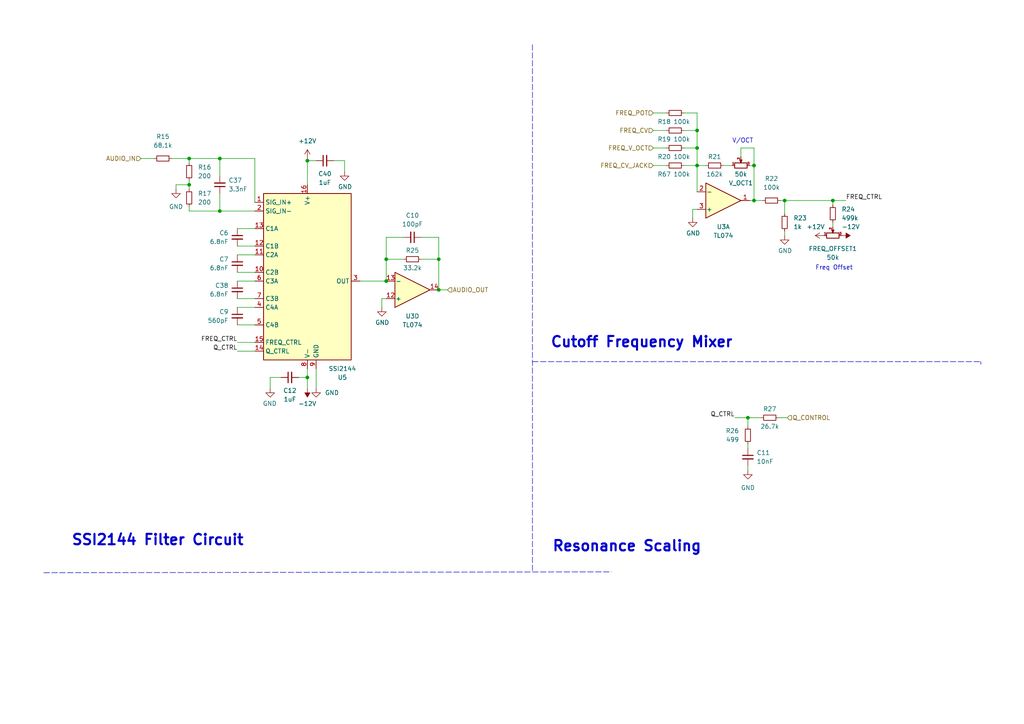
<source format=kicad_sch>
(kicad_sch (version 20211123) (generator eeschema)
  (paper "A4")
  (lib_symbols
    (symbol "Amplifier_Operational:TL074" (pin_names (offset 0.127))
      (property "Reference" "U" (at 0 5.08 0))
      (property "Value" "TL074" (at 0 -5.08 0))
      (symbol "TL074_1_1"
        (polyline (pts (xy -5.08 5.08) (xy 5.08 0) (xy -5.08 -5.08) (xy -5.08 5.08)) (stroke (width 0.254)) (fill (type background)))
        (pin output line (at 7.62 0 180) (length 2.54) (name "~") (number "1"))
        (pin input line (at -7.62 -2.54 0) (length 2.54) (name "-") (number "2"))
        (pin input line (at -7.62 2.54 0) (length 2.54) (name "+") (number "3"))
      )
      (symbol "TL074_2_1"
        (polyline (pts (xy -5.08 5.08) (xy 5.08 0) (xy -5.08 -5.08) (xy -5.08 5.08)) (stroke (width 0.254)) (fill (type background)))
        (pin input line (at -7.62 2.54 0) (length 2.54) (name "+") (number "5"))
        (pin input line (at -7.62 -2.54 0) (length 2.54) (name "-") (number "6"))
        (pin output line (at 7.62 0 180) (length 2.54) (name "~") (number "7"))
      )
      (symbol "TL074_3_1"
        (polyline (pts (xy -5.08 5.08) (xy 5.08 0) (xy -5.08 -5.08) (xy -5.08 5.08)) (stroke (width 0.254)) (fill (type background)))
        (pin input line (at -7.62 2.54 0) (length 2.54) (name "+") (number "10"))
        (pin output line (at 7.62 0 180) (length 2.54) (name "~") (number "8"))
        (pin input line (at -7.62 -2.54 0) (length 2.54) (name "-") (number "9"))
      )
      (symbol "TL074_4_1"
        (polyline (pts (xy -5.08 5.08) (xy 5.08 0) (xy -5.08 -5.08) (xy -5.08 5.08)) (stroke (width 0.254)) (fill (type background)))
        (pin input line (at -7.62 2.54 0) (length 2.54) (name "+") (number "12"))
        (pin input line (at -7.62 -2.54 0) (length 2.54) (name "-") (number "13"))
        (pin output line (at 7.62 0 180) (length 2.54) (name "~") (number "14"))
      )
      (symbol "TL074_5_1"
        (pin power_in line (at -2.54 -7.62 90) (length 3.81) (name "V-") (number "11"))
        (pin power_in line (at -2.54 7.62 270) (length 3.81) (name "V+") (number "4"))
      )
    )
    (symbol "Audio:SSI2144"
      (property "Reference" "U" (at -10.16 26.67 0))
      (property "Value" "SSI2144" (at 6.35 26.67 0))
      (symbol "SSI2144_0_1"
        (rectangle (start -12.7 25.4) (end 12.7 -22.86) (stroke (width 0.254)) (fill (type background)))
      )
      (symbol "SSI2144_1_1"
        (pin input line (at -15.24 22.86 0) (length 2.54) (name "SIG_IN+") (number "1"))
        (pin passive line (at -15.24 2.54 0) (length 2.54) (name "C2B") (number "10"))
        (pin passive line (at -15.24 7.62 0) (length 2.54) (name "C2A") (number "11"))
        (pin passive line (at -15.24 10.16 0) (length 2.54) (name "C1B") (number "12"))
        (pin passive line (at -15.24 15.24 0) (length 2.54) (name "C1A") (number "13"))
        (pin passive line (at -15.24 -20.32 0) (length 2.54) (name "Q_CTRL") (number "14"))
        (pin passive line (at -15.24 -17.78 0) (length 2.54) (name "FREQ_CTRL") (number "15"))
        (pin power_in line (at 0 27.94 270) (length 2.54) (name "V+") (number "16"))
        (pin input line (at -15.24 20.32 0) (length 2.54) (name "SIG_IN-") (number "2"))
        (pin output line (at 15.24 0 180) (length 2.54) (name "OUT") (number "3"))
        (pin passive line (at -15.24 -7.62 0) (length 2.54) (name "C4A") (number "4"))
        (pin passive line (at -15.24 -12.7 0) (length 2.54) (name "C4B") (number "5"))
        (pin passive line (at -15.24 0 0) (length 2.54) (name "C3A") (number "6"))
        (pin passive line (at -15.24 -5.08 0) (length 2.54) (name "C3B") (number "7"))
        (pin power_in line (at 0 -25.4 90) (length 2.54) (name "V-") (number "8"))
        (pin power_in line (at 2.54 -25.4 90) (length 2.54) (name "GND") (number "9"))
      )
    )
    (symbol "Device:C_Small" (pin_numbers hide) (pin_names (offset 0.254) hide)
      (property "Reference" "C" (at 0.254 1.778 0))
      (property "Value" "C_Small" (at 0.254 -2.032 0))
      (symbol "C_Small_0_1"
        (polyline (pts (xy -1.524 -0.508) (xy 1.524 -0.508)) (stroke (width 0.3302)))
        (polyline (pts (xy -1.524 0.508) (xy 1.524 0.508)) (stroke (width 0.3048)))
      )
      (symbol "C_Small_1_1"
        (pin passive line (at 0 2.54 270) (length 2.032) (name "~") (number "1"))
        (pin passive line (at 0 -2.54 90) (length 2.032) (name "~") (number "2"))
      )
    )
    (symbol "Device:R_Potentiometer_Small" (pin_names (offset 1.016) hide)
      (property "Reference" "RV" (at -4.445 0 90))
      (property "Value" "R_Potentiometer_Small" (at -2.54 0 90))
      (symbol "R_Potentiometer_Small_0_1"
        (polyline (pts (xy 0.889 0) (xy 0.635 0) (xy 1.651 0.381) (xy 1.651 -0.381) (xy 0.635 0) (xy 0.889 0)) (fill (type outline)))
        (rectangle (start 0.762 1.8034) (end -0.762 -1.8034) (stroke (width 0.254)))
      )
      (symbol "R_Potentiometer_Small_1_1"
        (pin passive line (at 0 2.54 270) (length 0.635) (name "1") (number "1"))
        (pin passive line (at 2.54 0 180) (length 0.9906) (name "2") (number "2"))
        (pin passive line (at 0 -2.54 90) (length 0.635) (name "3") (number "3"))
      )
    )
    (symbol "Device:R_Small" (pin_numbers hide) (pin_names (offset 0.254) hide)
      (property "Reference" "R" (at 0.762 0.508 0))
      (property "Value" "R_Small" (at 0.762 -1.016 0))
      (symbol "R_Small_0_1"
        (rectangle (start -0.762 1.778) (end 0.762 -1.778) (stroke (width 0.2032)))
      )
      (symbol "R_Small_1_1"
        (pin passive line (at 0 2.54 270) (length 0.762) (name "~") (number "1"))
        (pin passive line (at 0 -2.54 90) (length 0.762) (name "~") (number "2"))
      )
    )
    (symbol "power:+12V" (power) (pin_names (offset 0))
      (property "Value" "+12V" (at 0 3.556 0))
      (symbol "+12V_0_1"
        (polyline (pts (xy -0.762 1.27) (xy 0 2.54)))
        (polyline (pts (xy 0 0) (xy 0 2.54)))
        (polyline (pts (xy 0 2.54) (xy 0.762 1.27)))
      )
      (symbol "+12V_1_1"
        (pin power_in line (at 0 0 90) (length 0) hide (name "+12V") (number "1"))
      )
    )
    (symbol "power:-12V" (power) (pin_names (offset 0))
      (property "Value" "-12V" (at 0 3.81 0))
      (symbol "-12V_0_0"
        (pin power_in line (at 0 0 90) (length 0) hide (name "-12V") (number "1"))
      )
      (symbol "-12V_0_1"
        (polyline (pts (xy 0 0) (xy 0 1.27) (xy 0.762 1.27) (xy 0 2.54) (xy -0.762 1.27) (xy 0 1.27)) (fill (type outline)))
      )
    )
    (symbol "power:GND" (power) (pin_names (offset 0))
      (property "Value" "GND" (at 0 -3.81 0))
      (symbol "GND_0_1"
        (polyline (pts (xy 0 0) (xy 0 -1.27) (xy 1.27 -1.27) (xy 0 -2.54) (xy -1.27 -1.27) (xy 0 -1.27)))
      )
      (symbol "GND_1_1"
        (pin power_in line (at 0 0 270) (length 0) hide (name "GND") (number "1"))
      )
    )
  )
  (junction (at 202.184 42.926))
  (junction (at 63.754 61.214))
  (junction (at 227.584 58.166))
  (junction (at 54.864 53.594))
  (junction (at 241.554 58.166))
  (junction (at 89.154 46.609))
  (junction (at 218.694 48.006))
  (junction (at 63.754 45.974))
  (junction (at 112.014 81.534))
  (junction (at 202.184 37.846))
  (junction (at 54.864 45.974))
  (junction (at 127.254 84.074))
  (junction (at 218.694 58.166))
  (junction (at 216.916 121.158))
  (junction (at 89.154 109.474))
  (junction (at 202.184 48.006))
  (junction (at 127.254 75.184))
  (junction (at 112.014 75.184))
  (wire (pts (xy 227.584 68.326) (xy 227.584 67.056)))
  (wire (pts (xy 202.184 32.766) (xy 202.184 37.846)))
  (wire (pts (xy 218.694 42.926) (xy 218.694 48.006)))
  (wire (pts (xy 68.834 89.154) (xy 73.914 89.154)))
  (wire (pts (xy 117.094 68.834) (xy 112.014 68.834)))
  (wire (pts (xy 63.754 56.134) (xy 63.754 61.214)))
  (wire (pts (xy 214.884 42.926) (xy 218.694 42.926)))
  (wire (pts (xy 241.554 58.166) (xy 241.554 59.436)))
  (wire (pts (xy 68.834 71.374) (xy 73.914 71.374)))
  (polyline (pts (xy 12.7 166.116) (xy 177.292 165.862)))
  (wire (pts (xy 68.834 66.294) (xy 73.914 66.294)))
  (wire (pts (xy 241.554 64.516) (xy 241.554 65.786)))
  (wire (pts (xy 198.374 32.766) (xy 202.184 32.766)))
  (wire (pts (xy 209.804 48.006) (xy 212.344 48.006)))
  (wire (pts (xy 68.834 78.994) (xy 73.914 78.994)))
  (wire (pts (xy 104.394 81.534) (xy 112.014 81.534)))
  (wire (pts (xy 54.864 61.214) (xy 63.754 61.214)))
  (wire (pts (xy 213.106 121.158) (xy 216.916 121.158)))
  (wire (pts (xy 68.834 99.314) (xy 73.914 99.314)))
  (wire (pts (xy 51.054 53.594) (xy 51.054 54.864)))
  (wire (pts (xy 218.694 58.166) (xy 221.234 58.166)))
  (wire (pts (xy 54.864 45.974) (xy 63.754 45.974)))
  (wire (pts (xy 54.864 45.974) (xy 54.864 47.244)))
  (wire (pts (xy 91.694 46.609) (xy 89.154 46.609)))
  (wire (pts (xy 189.484 48.006) (xy 193.294 48.006)))
  (wire (pts (xy 54.864 53.594) (xy 54.864 54.864)))
  (wire (pts (xy 40.894 45.974) (xy 44.704 45.974)))
  (wire (pts (xy 81.534 109.474) (xy 78.359 109.474)))
  (wire (pts (xy 189.484 42.926) (xy 193.294 42.926)))
  (wire (pts (xy 189.484 32.766) (xy 193.294 32.766)))
  (wire (pts (xy 91.694 112.649) (xy 91.694 106.934)))
  (wire (pts (xy 89.154 112.649) (xy 89.154 109.474)))
  (wire (pts (xy 86.614 109.474) (xy 89.154 109.474)))
  (wire (pts (xy 112.014 68.834) (xy 112.014 75.184)))
  (wire (pts (xy 227.584 58.166) (xy 227.584 61.976)))
  (wire (pts (xy 198.374 42.926) (xy 202.184 42.926)))
  (wire (pts (xy 198.374 37.846) (xy 202.184 37.846)))
  (wire (pts (xy 202.184 48.006) (xy 204.724 48.006)))
  (wire (pts (xy 99.949 46.609) (xy 99.949 49.784)))
  (wire (pts (xy 214.884 45.466) (xy 214.884 42.926)))
  (wire (pts (xy 202.184 42.926) (xy 202.184 48.006)))
  (wire (pts (xy 68.834 94.234) (xy 73.914 94.234)))
  (wire (pts (xy 226.314 58.166) (xy 227.584 58.166)))
  (wire (pts (xy 110.744 86.614) (xy 110.744 89.154)))
  (wire (pts (xy 63.754 45.974) (xy 63.754 51.054)))
  (wire (pts (xy 200.914 60.706) (xy 202.184 60.706)))
  (wire (pts (xy 216.916 121.158) (xy 216.916 123.698)))
  (wire (pts (xy 63.754 45.974) (xy 73.914 45.974)))
  (wire (pts (xy 78.359 109.474) (xy 78.359 112.649)))
  (wire (pts (xy 122.174 68.834) (xy 127.254 68.834)))
  (wire (pts (xy 202.184 37.846) (xy 202.184 42.926)))
  (wire (pts (xy 227.584 58.166) (xy 241.554 58.166)))
  (wire (pts (xy 96.774 46.609) (xy 99.949 46.609)))
  (wire (pts (xy 122.174 75.184) (xy 127.254 75.184)))
  (wire (pts (xy 63.754 61.214) (xy 73.914 61.214)))
  (wire (pts (xy 202.184 48.006) (xy 202.184 55.626)))
  (wire (pts (xy 110.744 86.614) (xy 112.014 86.614)))
  (wire (pts (xy 49.784 45.974) (xy 54.864 45.974)))
  (wire (pts (xy 68.834 101.854) (xy 73.914 101.854)))
  (wire (pts (xy 241.554 58.166) (xy 245.364 58.166)))
  (wire (pts (xy 127.254 68.834) (xy 127.254 75.184)))
  (wire (pts (xy 200.914 60.706) (xy 200.914 63.246)))
  (wire (pts (xy 189.484 37.846) (xy 193.294 37.846)))
  (wire (pts (xy 216.916 135.128) (xy 216.916 136.398)))
  (wire (pts (xy 54.864 52.324) (xy 54.864 53.594)))
  (wire (pts (xy 89.154 109.474) (xy 89.154 106.934)))
  (polyline (pts (xy 154.432 12.954) (xy 154.432 165.608)))
  (wire (pts (xy 73.914 58.674) (xy 73.914 45.974)))
  (wire (pts (xy 216.916 128.778) (xy 216.916 130.048)))
  (wire (pts (xy 89.154 53.594) (xy 89.154 46.609)))
  (wire (pts (xy 68.834 81.534) (xy 73.914 81.534)))
  (wire (pts (xy 198.374 48.006) (xy 202.184 48.006)))
  (wire (pts (xy 127.254 75.184) (xy 127.254 84.074)))
  (wire (pts (xy 51.054 53.594) (xy 54.864 53.594)))
  (wire (pts (xy 112.014 75.184) (xy 112.014 81.534)))
  (wire (pts (xy 127.254 84.074) (xy 129.794 84.074)))
  (wire (pts (xy 217.424 58.166) (xy 218.694 58.166)))
  (wire (pts (xy 112.014 75.184) (xy 117.094 75.184)))
  (wire (pts (xy 220.726 121.158) (xy 216.916 121.158)))
  (polyline (pts (xy 284.48 104.902) (xy 284.48 105.664)))
  (wire (pts (xy 68.834 73.914) (xy 73.914 73.914)))
  (wire (pts (xy 218.694 48.006) (xy 218.694 58.166)))
  (wire (pts (xy 89.154 46.609) (xy 89.154 45.974)))
  (wire (pts (xy 54.864 59.944) (xy 54.864 61.214)))
  (wire (pts (xy 228.346 121.158) (xy 225.806 121.158)))
  (wire (pts (xy 68.834 86.614) (xy 73.914 86.614)))
  (polyline (pts (xy 154.432 104.902) (xy 284.48 104.902)))
  (wire (pts (xy 217.424 48.006) (xy 218.694 48.006)))
  (text "Cutoff Frequency Mixer" (at 159.512 101.092 0) (effects (font (size 3 3) (thickness 0.6) bold) (justify left bottom)))
  (text "V/OCT" (at 212.344 41.656 0) (effects (font (size 1.27 1.27)) (justify left bottom)))
  (text "SSI2144 Filter Circuit" (at 20.574 158.496 0) (effects (font (size 3 3) (thickness 0.6) bold) (justify left bottom)))
  (text "Freq Offset" (at 236.474 78.486 0) (effects (font (size 1.27 1.27)) (justify left bottom)))
  (text "Resonance Scaling" (at 160.02 160.274 0) (effects (font (size 3 3) (thickness 0.6) bold) (justify left bottom)))
  (label "Q_CTRL" (at 213.106 121.158 180))
  (label "Q_CTRL" (at 68.834 101.854 180))
  (label "FREQ_CTRL" (at 245.364 58.166 0))
  (label "FREQ_CTRL" (at 68.834 99.314 180))
  (hierarchical_label "FREQ_CV" (shape input) (at 189.484 37.846 180))
  (hierarchical_label "Q_CONTROL" (shape input) (at 228.346 121.158 0))
  (hierarchical_label "AUDIO_IN" (shape input) (at 40.894 45.974 180))
  (hierarchical_label "AUDIO_OUT" (shape input) (at 129.794 84.074 0))
  (hierarchical_label "FREQ_CV_JACK" (shape input) (at 189.484 48.006 180))
  (hierarchical_label "FREQ_V_OCT" (shape input) (at 189.484 42.926 180))
  (hierarchical_label "FREQ_POT" (shape input) (at 189.484 32.766 180))
  (symbol (lib_id "Device:R_Potentiometer_Small") (at 241.554 68.326 90) (unit 1)
    (property "Reference" "FREQ_OFFSET1" (at 241.554 72.136 90))
    (property "Value" "50k" (at 241.554 74.676 90))
    (property "Footprint" "Potentiometer_SMD:Potentiometer_Bourns_TC33X_Vertical" (effects hide))
  )
  (symbol (lib_id "power:GND") (at 78.359 112.649 0) (mirror y) (unit 1)
    (property "Reference" "#PWR080" (effects hide))
    (property "Value" "GND" (at 78.232 117.0432 0))
  )
  (symbol (lib_id "Device:R_Small") (at 47.244 45.974 270) (unit 1)
    (property "Reference" "R15" (at 47.244 39.624 90))
    (property "Value" "68.1k" (at 47.244 42.164 90))
    (property "Footprint" "Resistor_SMD:R_0603_1608Metric_Pad0.98x0.95mm_HandSolder" (effects hide))
  )
  (symbol (lib_id "Device:C_Small") (at 84.074 109.474 90) (unit 1)
    (property "Reference" "C12" (at 84.0804 113.284 90))
    (property "Value" "1uF" (at 84.0804 115.824 90))
    (property "Footprint" "Capacitor_SMD:C_0603_1608Metric_Pad1.08x0.95mm_HandSolder" (effects hide))
  )
  (symbol (lib_id "Device:C_Small") (at 68.834 84.074 0) (unit 1)
    (property "Reference" "C38" (at 66.294 82.8102 0) (effects (justify right)))
    (property "Value" "6.8nF" (at 66.294 85.3502 0) (effects (justify right)))
    (property "Footprint" "Capacitor_SMD:C_0603_1608Metric_Pad1.08x0.95mm_HandSolder" (effects hide))
  )
  (symbol (lib_id "power:GND") (at 110.744 89.154 0) (unit 1)
    (property "Reference" "#PWR034" (effects hide))
    (property "Value" "GND" (at 110.871 93.5482 0))
  )
  (symbol (lib_id "power:-12V") (at 244.094 68.326 270) (unit 1)
    (property "Reference" "#PWR033" (effects hide))
    (property "Value" "-12V" (at 244.094 65.786 90) (effects (justify left)))
  )
  (symbol (lib_id "Device:R_Small") (at 216.916 126.238 180) (unit 1)
    (property "Reference" "R26" (at 214.376 124.9679 0) (effects (justify left)))
    (property "Value" "499" (at 214.376 127.5079 0) (effects (justify left)))
    (property "Footprint" "Resistor_SMD:R_0603_1608Metric_Pad0.98x0.95mm_HandSolder" (effects hide))
  )
  (symbol (lib_id "Device:R_Small") (at 195.834 48.006 270) (unit 1)
    (property "Reference" "R67" (at 192.659 50.546 90))
    (property "Value" "100k" (at 197.739 50.546 90))
    (property "Footprint" "Resistor_SMD:R_0603_1608Metric_Pad0.98x0.95mm_HandSolder" (effects hide))
  )
  (symbol (lib_id "Device:C_Small") (at 94.234 46.609 90) (unit 1)
    (property "Reference" "C40" (at 94.2404 50.419 90))
    (property "Value" "1uF" (at 94.2404 52.959 90))
    (property "Footprint" "Capacitor_SMD:C_0603_1608Metric_Pad1.08x0.95mm_HandSolder" (effects hide))
  )
  (symbol (lib_id "power:GND") (at 227.584 68.326 0) (unit 1)
    (property "Reference" "#PWR028" (effects hide))
    (property "Value" "GND" (at 227.711 72.7202 0))
  )
  (symbol (lib_id "power:GND") (at 216.916 136.398 0) (unit 1)
    (property "Reference" "#PWR035" (effects hide))
    (property "Value" "GND" (at 216.916 141.478 0))
  )
  (symbol (lib_id "power:-12V") (at 89.154 112.649 180) (unit 1)
    (property "Reference" "#PWR030" (effects hide))
    (property "Value" "-12V" (at 89.154 117.094 0))
  )
  (symbol (lib_id "Device:R_Small") (at 54.864 49.784 180) (unit 1)
    (property "Reference" "R16" (at 57.404 48.5139 0) (effects (justify right)))
    (property "Value" "200" (at 57.404 51.0539 0) (effects (justify right)))
    (property "Footprint" "Resistor_SMD:R_0603_1608Metric_Pad0.98x0.95mm_HandSolder" (effects hide))
  )
  (symbol (lib_id "Device:C_Small") (at 63.754 53.594 180) (unit 1)
    (property "Reference" "C37" (at 66.294 52.3175 0) (effects (justify right)))
    (property "Value" "3.3nF" (at 66.294 54.8575 0) (effects (justify right)))
    (property "Footprint" "Capacitor_SMD:C_0603_1608Metric_Pad1.08x0.95mm_HandSolder" (effects hide))
  )
  (symbol (lib_id "Device:R_Small") (at 195.834 42.926 270) (unit 1)
    (property "Reference" "R20" (at 192.659 45.466 90))
    (property "Value" "100k" (at 197.739 45.466 90))
    (property "Footprint" "Resistor_SMD:R_0603_1608Metric_Pad0.98x0.95mm_HandSolder" (effects hide))
  )
  (symbol (lib_id "power:GND") (at 99.949 49.784 0) (unit 1)
    (property "Reference" "#PWR081" (effects hide))
    (property "Value" "GND" (at 100.076 54.1782 0))
  )
  (symbol (lib_id "power:+12V") (at 239.014 68.326 90) (unit 1)
    (property "Reference" "#PWR032" (effects hide))
    (property "Value" "+12V" (at 233.934 65.786 90) (effects (justify right)))
  )
  (symbol (lib_id "Audio:SSI2144") (at 89.154 81.534 0) (unit 1)
    (property "Reference" "U5" (at 99.314 109.474 0))
    (property "Value" "SSI2144" (at 99.314 106.934 0))
    (property "Footprint" "Package_SO:SSOP-16_3.9x4.9mm_P0.635mm" (effects hide))
    (property "Datasheet" "http://www.soundsemiconductor.com/downloads/ssi2144datasheet.pdf" (effects hide))
  )
  (symbol (lib_id "Device:C_Small") (at 68.834 76.454 0) (unit 1)
    (property "Reference" "C7" (at 66.294 75.1902 0) (effects (justify right)))
    (property "Value" "6.8nF" (at 66.294 77.7302 0) (effects (justify right)))
    (property "Footprint" "Capacitor_SMD:C_0603_1608Metric_Pad1.08x0.95mm_HandSolder" (effects hide))
  )
  (symbol (lib_id "power:GND") (at 200.914 63.246 0) (unit 1)
    (property "Reference" "#PWR027" (effects hide))
    (property "Value" "GND" (at 201.041 67.6402 0))
  )
  (symbol (lib_id "Device:R_Potentiometer_Small") (at 214.884 48.006 90) (unit 1)
    (property "Reference" "V_OCT1" (at 214.884 53.086 90))
    (property "Value" "50k" (at 214.884 50.546 90))
    (property "Footprint" "Potentiometer_SMD:Potentiometer_Bourns_TC33X_Vertical" (effects hide))
  )
  (symbol (lib_id "Device:R_Small") (at 241.554 61.976 0) (unit 1)
    (property "Reference" "R24" (at 244.094 60.7059 0) (effects (justify left)))
    (property "Value" "499k" (at 244.094 63.2459 0) (effects (justify left)))
    (property "Footprint" "Resistor_SMD:R_0603_1608Metric_Pad0.98x0.95mm_HandSolder" (effects hide))
  )
  (symbol (lib_id "Device:C_Small") (at 68.834 91.694 0) (unit 1)
    (property "Reference" "C9" (at 66.294 90.4302 0) (effects (justify right)))
    (property "Value" "560pF" (at 66.294 92.9702 0) (effects (justify right)))
    (property "Footprint" "Capacitor_SMD:C_0603_1608Metric_Pad1.08x0.95mm_HandSolder" (effects hide))
  )
  (symbol (lib_id "Device:R_Small") (at 227.584 64.516 0) (unit 1)
    (property "Reference" "R23" (at 230.124 63.2459 0) (effects (justify left)))
    (property "Value" "1k" (at 230.124 65.7859 0) (effects (justify left)))
    (property "Footprint" "Resistor_SMD:R_0603_1608Metric_Pad0.98x0.95mm_HandSolder" (effects hide))
  )
  (symbol (lib_id "Device:C_Small") (at 68.834 68.834 0) (unit 1)
    (property "Reference" "C6" (at 66.294 67.5702 0) (effects (justify right)))
    (property "Value" "6.8nF" (at 66.294 70.1102 0) (effects (justify right)))
    (property "Footprint" "Capacitor_SMD:C_0603_1608Metric_Pad1.08x0.95mm_HandSolder" (effects hide))
  )
  (symbol (lib_id "Amplifier_Operational:TL074") (at 209.804 58.166 0) (mirror x) (unit 1)
    (property "Reference" "U3" (at 209.804 65.786 0))
    (property "Value" "TL074" (at 209.804 68.326 0))
    (property "Footprint" "Package_SO:SOIC-14_3.9x8.7mm_P1.27mm" (effects hide))
    (property "Datasheet" "http://www.ti.com/lit/ds/symlink/tl071.pdf" (effects hide))
  )
  (symbol (lib_id "Device:R_Small") (at 207.264 48.006 270) (unit 1)
    (property "Reference" "R21" (at 207.264 45.466 90))
    (property "Value" "162k" (at 207.264 50.546 90))
    (property "Footprint" "Resistor_SMD:R_0603_1608Metric_Pad0.98x0.95mm_HandSolder" (effects hide))
  )
  (symbol (lib_id "Device:R_Small") (at 119.634 75.184 270) (unit 1)
    (property "Reference" "R25" (at 119.634 72.644 90))
    (property "Value" "33.2k" (at 119.634 77.724 90))
    (property "Footprint" "Resistor_SMD:R_0603_1608Metric_Pad0.98x0.95mm_HandSolder" (effects hide))
  )
  (symbol (lib_id "Device:R_Small") (at 223.774 58.166 270) (unit 1)
    (property "Reference" "R22" (at 223.774 51.816 90))
    (property "Value" "100k" (at 223.774 54.356 90))
    (property "Footprint" "Resistor_SMD:R_0603_1608Metric_Pad0.98x0.95mm_HandSolder" (effects hide))
  )
  (symbol (lib_id "Device:R_Small") (at 223.266 121.158 270) (unit 1)
    (property "Reference" "R27" (at 223.266 118.618 90))
    (property "Value" "26.7k" (at 223.266 123.698 90))
    (property "Footprint" "Resistor_SMD:R_0603_1608Metric_Pad0.98x0.95mm_HandSolder" (effects hide))
  )
  (symbol (lib_id "Device:C_Small") (at 216.916 132.588 0) (unit 1)
    (property "Reference" "C11" (at 219.456 131.3242 0) (effects (justify left)))
    (property "Value" "10nF" (at 219.456 133.8642 0) (effects (justify left)))
    (property "Footprint" "Capacitor_SMD:C_0603_1608Metric_Pad1.08x0.95mm_HandSolder" (effects hide))
  )
  (symbol (lib_id "Amplifier_Operational:TL074") (at 119.634 84.074 0) (mirror x) (unit 4)
    (property "Reference" "U3" (at 119.634 91.694 0))
    (property "Value" "TL074" (at 119.634 94.234 0))
    (property "Footprint" "Package_SO:SOIC-14_3.9x8.7mm_P1.27mm" (effects hide))
    (property "Datasheet" "http://www.ti.com/lit/ds/symlink/tl071.pdf" (effects hide))
  )
  (symbol (lib_id "power:GND") (at 51.054 54.864 0) (unit 1)
    (property "Reference" "#PWR026" (effects hide))
    (property "Value" "GND" (at 51.054 59.944 0))
  )
  (symbol (lib_id "Device:R_Small") (at 195.834 32.766 270) (unit 1)
    (property "Reference" "R18" (at 192.659 35.306 90))
    (property "Value" "100k" (at 197.739 35.306 90))
    (property "Footprint" "Resistor_SMD:R_0603_1608Metric_Pad0.98x0.95mm_HandSolder" (effects hide))
  )
  (symbol (lib_id "Device:R_Small") (at 195.834 37.846 270) (unit 1)
    (property "Reference" "R19" (at 192.659 40.386 90))
    (property "Value" "100k" (at 197.739 40.386 90))
    (property "Footprint" "Resistor_SMD:R_0603_1608Metric_Pad0.98x0.95mm_HandSolder" (effects hide))
  )
  (symbol (lib_id "power:+12V") (at 89.154 45.974 0) (unit 1)
    (property "Reference" "#PWR029" (effects hide))
    (property "Value" "+12V" (at 89.154 40.894 0))
  )
  (symbol (lib_id "power:GND") (at 91.694 112.649 0) (unit 1)
    (property "Reference" "#PWR031" (effects hide))
    (property "Value" "GND" (at 94.234 113.9189 0) (effects (justify left)))
  )
  (symbol (lib_id "Device:R_Small") (at 54.864 57.404 180) (unit 1)
    (property "Reference" "R17" (at 57.404 56.1339 0) (effects (justify right)))
    (property "Value" "200" (at 57.404 58.6739 0) (effects (justify right)))
    (property "Footprint" "Resistor_SMD:R_0603_1608Metric_Pad0.98x0.95mm_HandSolder" (effects hide))
  )
  (symbol (lib_id "Device:C_Small") (at 119.634 68.834 270) (unit 1)
    (property "Reference" "C10" (at 119.6276 62.484 90))
    (property "Value" "100pF" (at 119.6276 65.024 90))
    (property "Footprint" "Capacitor_SMD:C_0603_1608Metric_Pad1.08x0.95mm_HandSolder" (effects hide))
  )
)
</source>
